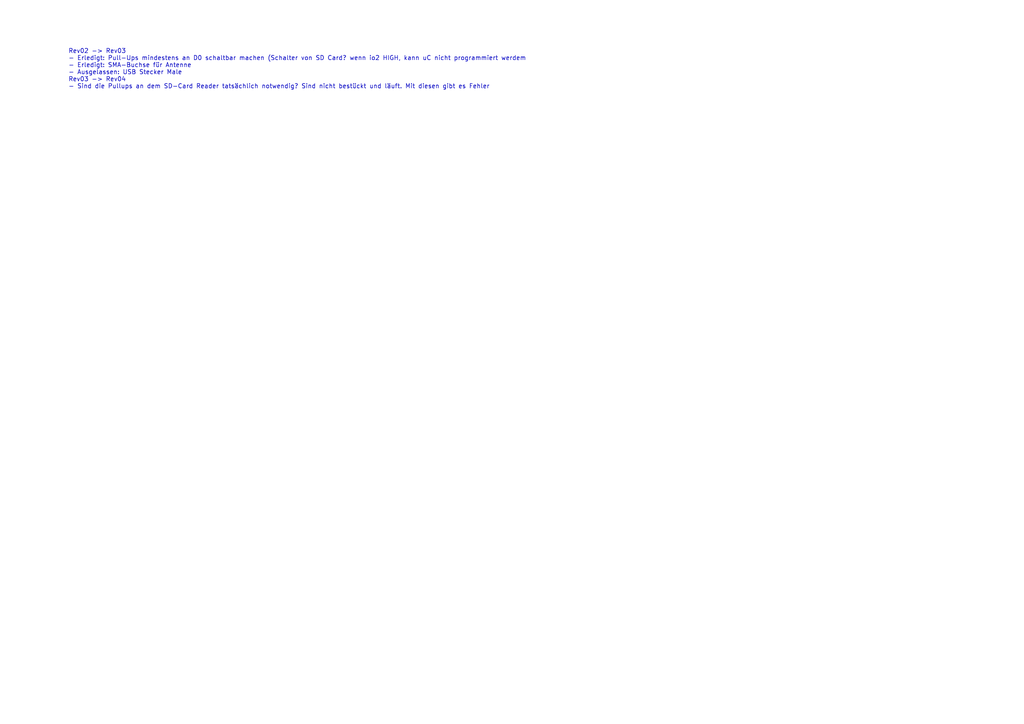
<source format=kicad_sch>
(kicad_sch
	(version 20231120)
	(generator "eeschema")
	(generator_version "8.0")
	(uuid "010b36c2-764c-4799-8bd9-d906f1229d3b")
	(paper "A4")
	(lib_symbols)
	(text "Rev02 -> Rev03\n- Erledigt: Pull-Ups mindestens an D0 schaltbar machen (Schalter von SD Card? wenn io2 HIGH, kann uC nicht programmiert werdem\n- Erledigt: SMA-Buchse für Antenne\n- Ausgelassen: USB Stecker Male\nRev03 -> Rev04\n- Sind die Pullups an dem SD-Card Reader tatsächlich notwendig? Sind nicht bestückt und läuft. Mit diesen gibt es Fehler"
		(exclude_from_sim no)
		(at 19.812 20.066 0)
		(effects
			(font
				(size 1.27 1.27)
			)
			(justify left)
		)
		(uuid "37987ecf-5190-4cff-9e8d-1115a4fd73c9")
	)
)

</source>
